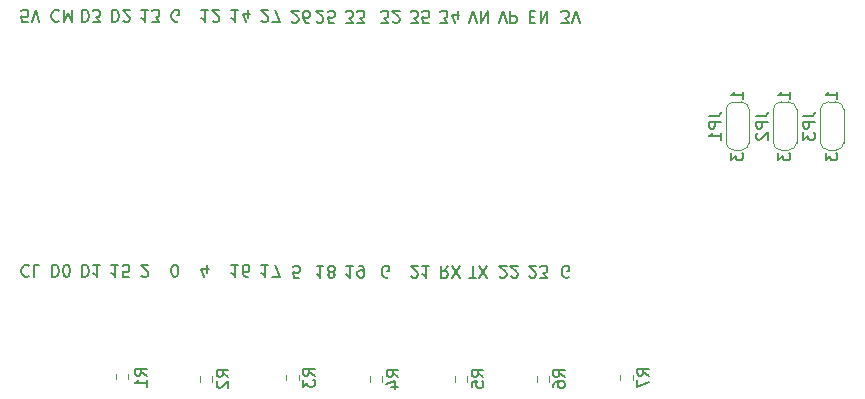
<source format=gbr>
%TF.GenerationSoftware,KiCad,Pcbnew,8.0.0*%
%TF.CreationDate,2024-05-11T13:18:48+02:00*%
%TF.ProjectId,led_stairs_controller,6c65645f-7374-4616-9972-735f636f6e74,V0.2*%
%TF.SameCoordinates,Original*%
%TF.FileFunction,Legend,Bot*%
%TF.FilePolarity,Positive*%
%FSLAX46Y46*%
G04 Gerber Fmt 4.6, Leading zero omitted, Abs format (unit mm)*
G04 Created by KiCad (PCBNEW 8.0.0) date 2024-05-11 13:18:48*
%MOMM*%
%LPD*%
G01*
G04 APERTURE LIST*
%ADD10C,0.150000*%
%ADD11C,0.120000*%
G04 APERTURE END LIST*
D10*
X136264160Y-104332442D02*
X136311779Y-104380061D01*
X136311779Y-104380061D02*
X136407017Y-104427680D01*
X136407017Y-104427680D02*
X136645112Y-104427680D01*
X136645112Y-104427680D02*
X136740350Y-104380061D01*
X136740350Y-104380061D02*
X136787969Y-104332442D01*
X136787969Y-104332442D02*
X136835588Y-104237204D01*
X136835588Y-104237204D02*
X136835588Y-104141966D01*
X136835588Y-104141966D02*
X136787969Y-103999109D01*
X136787969Y-103999109D02*
X136216541Y-103427680D01*
X136216541Y-103427680D02*
X136835588Y-103427680D01*
X137787969Y-103427680D02*
X137216541Y-103427680D01*
X137502255Y-103427680D02*
X137502255Y-104427680D01*
X137502255Y-104427680D02*
X137407017Y-104284823D01*
X137407017Y-104284823D02*
X137311779Y-104189585D01*
X137311779Y-104189585D02*
X137216541Y-104141966D01*
X126787969Y-104427680D02*
X126311779Y-104427680D01*
X126311779Y-104427680D02*
X126264160Y-103951490D01*
X126264160Y-103951490D02*
X126311779Y-103999109D01*
X126311779Y-103999109D02*
X126407017Y-104046728D01*
X126407017Y-104046728D02*
X126645112Y-104046728D01*
X126645112Y-104046728D02*
X126740350Y-103999109D01*
X126740350Y-103999109D02*
X126787969Y-103951490D01*
X126787969Y-103951490D02*
X126835588Y-103856252D01*
X126835588Y-103856252D02*
X126835588Y-103618157D01*
X126835588Y-103618157D02*
X126787969Y-103522919D01*
X126787969Y-103522919D02*
X126740350Y-103475300D01*
X126740350Y-103475300D02*
X126645112Y-103427680D01*
X126645112Y-103427680D02*
X126407017Y-103427680D01*
X126407017Y-103427680D02*
X126311779Y-103475300D01*
X126311779Y-103475300D02*
X126264160Y-103522919D01*
X143764160Y-104332442D02*
X143811779Y-104380061D01*
X143811779Y-104380061D02*
X143907017Y-104427680D01*
X143907017Y-104427680D02*
X144145112Y-104427680D01*
X144145112Y-104427680D02*
X144240350Y-104380061D01*
X144240350Y-104380061D02*
X144287969Y-104332442D01*
X144287969Y-104332442D02*
X144335588Y-104237204D01*
X144335588Y-104237204D02*
X144335588Y-104141966D01*
X144335588Y-104141966D02*
X144287969Y-103999109D01*
X144287969Y-103999109D02*
X143716541Y-103427680D01*
X143716541Y-103427680D02*
X144335588Y-103427680D01*
X144716541Y-104332442D02*
X144764160Y-104380061D01*
X144764160Y-104380061D02*
X144859398Y-104427680D01*
X144859398Y-104427680D02*
X145097493Y-104427680D01*
X145097493Y-104427680D02*
X145192731Y-104380061D01*
X145192731Y-104380061D02*
X145240350Y-104332442D01*
X145240350Y-104332442D02*
X145287969Y-104237204D01*
X145287969Y-104237204D02*
X145287969Y-104141966D01*
X145287969Y-104141966D02*
X145240350Y-103999109D01*
X145240350Y-103999109D02*
X144668922Y-103427680D01*
X144668922Y-103427680D02*
X145287969Y-103427680D01*
X126154160Y-82742442D02*
X126201779Y-82790061D01*
X126201779Y-82790061D02*
X126297017Y-82837680D01*
X126297017Y-82837680D02*
X126535112Y-82837680D01*
X126535112Y-82837680D02*
X126630350Y-82790061D01*
X126630350Y-82790061D02*
X126677969Y-82742442D01*
X126677969Y-82742442D02*
X126725588Y-82647204D01*
X126725588Y-82647204D02*
X126725588Y-82551966D01*
X126725588Y-82551966D02*
X126677969Y-82409109D01*
X126677969Y-82409109D02*
X126106541Y-81837680D01*
X126106541Y-81837680D02*
X126725588Y-81837680D01*
X127582731Y-82837680D02*
X127392255Y-82837680D01*
X127392255Y-82837680D02*
X127297017Y-82790061D01*
X127297017Y-82790061D02*
X127249398Y-82742442D01*
X127249398Y-82742442D02*
X127154160Y-82599585D01*
X127154160Y-82599585D02*
X127106541Y-82409109D01*
X127106541Y-82409109D02*
X127106541Y-82028157D01*
X127106541Y-82028157D02*
X127154160Y-81932919D01*
X127154160Y-81932919D02*
X127201779Y-81885300D01*
X127201779Y-81885300D02*
X127297017Y-81837680D01*
X127297017Y-81837680D02*
X127487493Y-81837680D01*
X127487493Y-81837680D02*
X127582731Y-81885300D01*
X127582731Y-81885300D02*
X127630350Y-81932919D01*
X127630350Y-81932919D02*
X127677969Y-82028157D01*
X127677969Y-82028157D02*
X127677969Y-82266252D01*
X127677969Y-82266252D02*
X127630350Y-82361490D01*
X127630350Y-82361490D02*
X127582731Y-82409109D01*
X127582731Y-82409109D02*
X127487493Y-82456728D01*
X127487493Y-82456728D02*
X127297017Y-82456728D01*
X127297017Y-82456728D02*
X127201779Y-82409109D01*
X127201779Y-82409109D02*
X127154160Y-82361490D01*
X127154160Y-82361490D02*
X127106541Y-82266252D01*
X133716541Y-82837680D02*
X134335588Y-82837680D01*
X134335588Y-82837680D02*
X134002255Y-82456728D01*
X134002255Y-82456728D02*
X134145112Y-82456728D01*
X134145112Y-82456728D02*
X134240350Y-82409109D01*
X134240350Y-82409109D02*
X134287969Y-82361490D01*
X134287969Y-82361490D02*
X134335588Y-82266252D01*
X134335588Y-82266252D02*
X134335588Y-82028157D01*
X134335588Y-82028157D02*
X134287969Y-81932919D01*
X134287969Y-81932919D02*
X134240350Y-81885300D01*
X134240350Y-81885300D02*
X134145112Y-81837680D01*
X134145112Y-81837680D02*
X133859398Y-81837680D01*
X133859398Y-81837680D02*
X133764160Y-81885300D01*
X133764160Y-81885300D02*
X133716541Y-81932919D01*
X134716541Y-82742442D02*
X134764160Y-82790061D01*
X134764160Y-82790061D02*
X134859398Y-82837680D01*
X134859398Y-82837680D02*
X135097493Y-82837680D01*
X135097493Y-82837680D02*
X135192731Y-82790061D01*
X135192731Y-82790061D02*
X135240350Y-82742442D01*
X135240350Y-82742442D02*
X135287969Y-82647204D01*
X135287969Y-82647204D02*
X135287969Y-82551966D01*
X135287969Y-82551966D02*
X135240350Y-82409109D01*
X135240350Y-82409109D02*
X134668922Y-81837680D01*
X134668922Y-81837680D02*
X135287969Y-81837680D01*
X108396779Y-81767680D02*
X108396779Y-82767680D01*
X108396779Y-82767680D02*
X108634874Y-82767680D01*
X108634874Y-82767680D02*
X108777731Y-82720061D01*
X108777731Y-82720061D02*
X108872969Y-82624823D01*
X108872969Y-82624823D02*
X108920588Y-82529585D01*
X108920588Y-82529585D02*
X108968207Y-82339109D01*
X108968207Y-82339109D02*
X108968207Y-82196252D01*
X108968207Y-82196252D02*
X108920588Y-82005776D01*
X108920588Y-82005776D02*
X108872969Y-81910538D01*
X108872969Y-81910538D02*
X108777731Y-81815300D01*
X108777731Y-81815300D02*
X108634874Y-81767680D01*
X108634874Y-81767680D02*
X108396779Y-81767680D01*
X109301541Y-82767680D02*
X109920588Y-82767680D01*
X109920588Y-82767680D02*
X109587255Y-82386728D01*
X109587255Y-82386728D02*
X109730112Y-82386728D01*
X109730112Y-82386728D02*
X109825350Y-82339109D01*
X109825350Y-82339109D02*
X109872969Y-82291490D01*
X109872969Y-82291490D02*
X109920588Y-82196252D01*
X109920588Y-82196252D02*
X109920588Y-81958157D01*
X109920588Y-81958157D02*
X109872969Y-81862919D01*
X109872969Y-81862919D02*
X109825350Y-81815300D01*
X109825350Y-81815300D02*
X109730112Y-81767680D01*
X109730112Y-81767680D02*
X109444398Y-81767680D01*
X109444398Y-81767680D02*
X109349160Y-81815300D01*
X109349160Y-81815300D02*
X109301541Y-81862919D01*
X130716541Y-82837680D02*
X131335588Y-82837680D01*
X131335588Y-82837680D02*
X131002255Y-82456728D01*
X131002255Y-82456728D02*
X131145112Y-82456728D01*
X131145112Y-82456728D02*
X131240350Y-82409109D01*
X131240350Y-82409109D02*
X131287969Y-82361490D01*
X131287969Y-82361490D02*
X131335588Y-82266252D01*
X131335588Y-82266252D02*
X131335588Y-82028157D01*
X131335588Y-82028157D02*
X131287969Y-81932919D01*
X131287969Y-81932919D02*
X131240350Y-81885300D01*
X131240350Y-81885300D02*
X131145112Y-81837680D01*
X131145112Y-81837680D02*
X130859398Y-81837680D01*
X130859398Y-81837680D02*
X130764160Y-81885300D01*
X130764160Y-81885300D02*
X130716541Y-81932919D01*
X131668922Y-82837680D02*
X132287969Y-82837680D01*
X132287969Y-82837680D02*
X131954636Y-82456728D01*
X131954636Y-82456728D02*
X132097493Y-82456728D01*
X132097493Y-82456728D02*
X132192731Y-82409109D01*
X132192731Y-82409109D02*
X132240350Y-82361490D01*
X132240350Y-82361490D02*
X132287969Y-82266252D01*
X132287969Y-82266252D02*
X132287969Y-82028157D01*
X132287969Y-82028157D02*
X132240350Y-81932919D01*
X132240350Y-81932919D02*
X132192731Y-81885300D01*
X132192731Y-81885300D02*
X132097493Y-81837680D01*
X132097493Y-81837680D02*
X131811779Y-81837680D01*
X131811779Y-81837680D02*
X131716541Y-81885300D01*
X131716541Y-81885300D02*
X131668922Y-81932919D01*
X103888207Y-103452919D02*
X103840588Y-103405300D01*
X103840588Y-103405300D02*
X103697731Y-103357680D01*
X103697731Y-103357680D02*
X103602493Y-103357680D01*
X103602493Y-103357680D02*
X103459636Y-103405300D01*
X103459636Y-103405300D02*
X103364398Y-103500538D01*
X103364398Y-103500538D02*
X103316779Y-103595776D01*
X103316779Y-103595776D02*
X103269160Y-103786252D01*
X103269160Y-103786252D02*
X103269160Y-103929109D01*
X103269160Y-103929109D02*
X103316779Y-104119585D01*
X103316779Y-104119585D02*
X103364398Y-104214823D01*
X103364398Y-104214823D02*
X103459636Y-104310061D01*
X103459636Y-104310061D02*
X103602493Y-104357680D01*
X103602493Y-104357680D02*
X103697731Y-104357680D01*
X103697731Y-104357680D02*
X103840588Y-104310061D01*
X103840588Y-104310061D02*
X103888207Y-104262442D01*
X104792969Y-103357680D02*
X104316779Y-103357680D01*
X104316779Y-103357680D02*
X104316779Y-104357680D01*
X143668922Y-82837680D02*
X144002255Y-81837680D01*
X144002255Y-81837680D02*
X144335588Y-82837680D01*
X144668922Y-81837680D02*
X144668922Y-82837680D01*
X144668922Y-82837680D02*
X145049874Y-82837680D01*
X145049874Y-82837680D02*
X145145112Y-82790061D01*
X145145112Y-82790061D02*
X145192731Y-82742442D01*
X145192731Y-82742442D02*
X145240350Y-82647204D01*
X145240350Y-82647204D02*
X145240350Y-82504347D01*
X145240350Y-82504347D02*
X145192731Y-82409109D01*
X145192731Y-82409109D02*
X145145112Y-82361490D01*
X145145112Y-82361490D02*
X145049874Y-82313871D01*
X145049874Y-82313871D02*
X144668922Y-82313871D01*
X119080588Y-81767680D02*
X118509160Y-81767680D01*
X118794874Y-81767680D02*
X118794874Y-82767680D01*
X118794874Y-82767680D02*
X118699636Y-82624823D01*
X118699636Y-82624823D02*
X118604398Y-82529585D01*
X118604398Y-82529585D02*
X118509160Y-82481966D01*
X119461541Y-82672442D02*
X119509160Y-82720061D01*
X119509160Y-82720061D02*
X119604398Y-82767680D01*
X119604398Y-82767680D02*
X119842493Y-82767680D01*
X119842493Y-82767680D02*
X119937731Y-82720061D01*
X119937731Y-82720061D02*
X119985350Y-82672442D01*
X119985350Y-82672442D02*
X120032969Y-82577204D01*
X120032969Y-82577204D02*
X120032969Y-82481966D01*
X120032969Y-82481966D02*
X119985350Y-82339109D01*
X119985350Y-82339109D02*
X119413922Y-81767680D01*
X119413922Y-81767680D02*
X120032969Y-81767680D01*
X106428207Y-81862919D02*
X106380588Y-81815300D01*
X106380588Y-81815300D02*
X106237731Y-81767680D01*
X106237731Y-81767680D02*
X106142493Y-81767680D01*
X106142493Y-81767680D02*
X105999636Y-81815300D01*
X105999636Y-81815300D02*
X105904398Y-81910538D01*
X105904398Y-81910538D02*
X105856779Y-82005776D01*
X105856779Y-82005776D02*
X105809160Y-82196252D01*
X105809160Y-82196252D02*
X105809160Y-82339109D01*
X105809160Y-82339109D02*
X105856779Y-82529585D01*
X105856779Y-82529585D02*
X105904398Y-82624823D01*
X105904398Y-82624823D02*
X105999636Y-82720061D01*
X105999636Y-82720061D02*
X106142493Y-82767680D01*
X106142493Y-82767680D02*
X106237731Y-82767680D01*
X106237731Y-82767680D02*
X106380588Y-82720061D01*
X106380588Y-82720061D02*
X106428207Y-82672442D01*
X106856779Y-81767680D02*
X106856779Y-82767680D01*
X106856779Y-82767680D02*
X107190112Y-82053395D01*
X107190112Y-82053395D02*
X107523445Y-82767680D01*
X107523445Y-82767680D02*
X107523445Y-81767680D01*
X138716541Y-82837680D02*
X139335588Y-82837680D01*
X139335588Y-82837680D02*
X139002255Y-82456728D01*
X139002255Y-82456728D02*
X139145112Y-82456728D01*
X139145112Y-82456728D02*
X139240350Y-82409109D01*
X139240350Y-82409109D02*
X139287969Y-82361490D01*
X139287969Y-82361490D02*
X139335588Y-82266252D01*
X139335588Y-82266252D02*
X139335588Y-82028157D01*
X139335588Y-82028157D02*
X139287969Y-81932919D01*
X139287969Y-81932919D02*
X139240350Y-81885300D01*
X139240350Y-81885300D02*
X139145112Y-81837680D01*
X139145112Y-81837680D02*
X138859398Y-81837680D01*
X138859398Y-81837680D02*
X138764160Y-81885300D01*
X138764160Y-81885300D02*
X138716541Y-81932919D01*
X140192731Y-82504347D02*
X140192731Y-81837680D01*
X139954636Y-82885300D02*
X139716541Y-82171014D01*
X139716541Y-82171014D02*
X140335588Y-82171014D01*
X124160588Y-103357680D02*
X123589160Y-103357680D01*
X123874874Y-103357680D02*
X123874874Y-104357680D01*
X123874874Y-104357680D02*
X123779636Y-104214823D01*
X123779636Y-104214823D02*
X123684398Y-104119585D01*
X123684398Y-104119585D02*
X123589160Y-104071966D01*
X124493922Y-104357680D02*
X125160588Y-104357680D01*
X125160588Y-104357680D02*
X124732017Y-103357680D01*
X105856779Y-103357680D02*
X105856779Y-104357680D01*
X105856779Y-104357680D02*
X106094874Y-104357680D01*
X106094874Y-104357680D02*
X106237731Y-104310061D01*
X106237731Y-104310061D02*
X106332969Y-104214823D01*
X106332969Y-104214823D02*
X106380588Y-104119585D01*
X106380588Y-104119585D02*
X106428207Y-103929109D01*
X106428207Y-103929109D02*
X106428207Y-103786252D01*
X106428207Y-103786252D02*
X106380588Y-103595776D01*
X106380588Y-103595776D02*
X106332969Y-103500538D01*
X106332969Y-103500538D02*
X106237731Y-103405300D01*
X106237731Y-103405300D02*
X106094874Y-103357680D01*
X106094874Y-103357680D02*
X105856779Y-103357680D01*
X107047255Y-104357680D02*
X107142493Y-104357680D01*
X107142493Y-104357680D02*
X107237731Y-104310061D01*
X107237731Y-104310061D02*
X107285350Y-104262442D01*
X107285350Y-104262442D02*
X107332969Y-104167204D01*
X107332969Y-104167204D02*
X107380588Y-103976728D01*
X107380588Y-103976728D02*
X107380588Y-103738633D01*
X107380588Y-103738633D02*
X107332969Y-103548157D01*
X107332969Y-103548157D02*
X107285350Y-103452919D01*
X107285350Y-103452919D02*
X107237731Y-103405300D01*
X107237731Y-103405300D02*
X107142493Y-103357680D01*
X107142493Y-103357680D02*
X107047255Y-103357680D01*
X107047255Y-103357680D02*
X106952017Y-103405300D01*
X106952017Y-103405300D02*
X106904398Y-103452919D01*
X106904398Y-103452919D02*
X106856779Y-103548157D01*
X106856779Y-103548157D02*
X106809160Y-103738633D01*
X106809160Y-103738633D02*
X106809160Y-103976728D01*
X106809160Y-103976728D02*
X106856779Y-104167204D01*
X106856779Y-104167204D02*
X106904398Y-104262442D01*
X106904398Y-104262442D02*
X106952017Y-104310061D01*
X106952017Y-104310061D02*
X107047255Y-104357680D01*
X108396779Y-103357680D02*
X108396779Y-104357680D01*
X108396779Y-104357680D02*
X108634874Y-104357680D01*
X108634874Y-104357680D02*
X108777731Y-104310061D01*
X108777731Y-104310061D02*
X108872969Y-104214823D01*
X108872969Y-104214823D02*
X108920588Y-104119585D01*
X108920588Y-104119585D02*
X108968207Y-103929109D01*
X108968207Y-103929109D02*
X108968207Y-103786252D01*
X108968207Y-103786252D02*
X108920588Y-103595776D01*
X108920588Y-103595776D02*
X108872969Y-103500538D01*
X108872969Y-103500538D02*
X108777731Y-103405300D01*
X108777731Y-103405300D02*
X108634874Y-103357680D01*
X108634874Y-103357680D02*
X108396779Y-103357680D01*
X109920588Y-103357680D02*
X109349160Y-103357680D01*
X109634874Y-103357680D02*
X109634874Y-104357680D01*
X109634874Y-104357680D02*
X109539636Y-104214823D01*
X109539636Y-104214823D02*
X109444398Y-104119585D01*
X109444398Y-104119585D02*
X109349160Y-104071966D01*
X141168922Y-104427680D02*
X141740350Y-104427680D01*
X141454636Y-103427680D02*
X141454636Y-104427680D01*
X141978446Y-104427680D02*
X142645112Y-103427680D01*
X142645112Y-104427680D02*
X141978446Y-103427680D01*
X128264160Y-82742442D02*
X128311779Y-82790061D01*
X128311779Y-82790061D02*
X128407017Y-82837680D01*
X128407017Y-82837680D02*
X128645112Y-82837680D01*
X128645112Y-82837680D02*
X128740350Y-82790061D01*
X128740350Y-82790061D02*
X128787969Y-82742442D01*
X128787969Y-82742442D02*
X128835588Y-82647204D01*
X128835588Y-82647204D02*
X128835588Y-82551966D01*
X128835588Y-82551966D02*
X128787969Y-82409109D01*
X128787969Y-82409109D02*
X128216541Y-81837680D01*
X128216541Y-81837680D02*
X128835588Y-81837680D01*
X129740350Y-82837680D02*
X129264160Y-82837680D01*
X129264160Y-82837680D02*
X129216541Y-82361490D01*
X129216541Y-82361490D02*
X129264160Y-82409109D01*
X129264160Y-82409109D02*
X129359398Y-82456728D01*
X129359398Y-82456728D02*
X129597493Y-82456728D01*
X129597493Y-82456728D02*
X129692731Y-82409109D01*
X129692731Y-82409109D02*
X129740350Y-82361490D01*
X129740350Y-82361490D02*
X129787969Y-82266252D01*
X129787969Y-82266252D02*
X129787969Y-82028157D01*
X129787969Y-82028157D02*
X129740350Y-81932919D01*
X129740350Y-81932919D02*
X129692731Y-81885300D01*
X129692731Y-81885300D02*
X129597493Y-81837680D01*
X129597493Y-81837680D02*
X129359398Y-81837680D01*
X129359398Y-81837680D02*
X129264160Y-81885300D01*
X129264160Y-81885300D02*
X129216541Y-81932919D01*
X134335588Y-104380061D02*
X134240350Y-104427680D01*
X134240350Y-104427680D02*
X134097493Y-104427680D01*
X134097493Y-104427680D02*
X133954636Y-104380061D01*
X133954636Y-104380061D02*
X133859398Y-104284823D01*
X133859398Y-104284823D02*
X133811779Y-104189585D01*
X133811779Y-104189585D02*
X133764160Y-103999109D01*
X133764160Y-103999109D02*
X133764160Y-103856252D01*
X133764160Y-103856252D02*
X133811779Y-103665776D01*
X133811779Y-103665776D02*
X133859398Y-103570538D01*
X133859398Y-103570538D02*
X133954636Y-103475300D01*
X133954636Y-103475300D02*
X134097493Y-103427680D01*
X134097493Y-103427680D02*
X134192731Y-103427680D01*
X134192731Y-103427680D02*
X134335588Y-103475300D01*
X134335588Y-103475300D02*
X134383207Y-103522919D01*
X134383207Y-103522919D02*
X134383207Y-103856252D01*
X134383207Y-103856252D02*
X134192731Y-103856252D01*
X110936779Y-81767680D02*
X110936779Y-82767680D01*
X110936779Y-82767680D02*
X111174874Y-82767680D01*
X111174874Y-82767680D02*
X111317731Y-82720061D01*
X111317731Y-82720061D02*
X111412969Y-82624823D01*
X111412969Y-82624823D02*
X111460588Y-82529585D01*
X111460588Y-82529585D02*
X111508207Y-82339109D01*
X111508207Y-82339109D02*
X111508207Y-82196252D01*
X111508207Y-82196252D02*
X111460588Y-82005776D01*
X111460588Y-82005776D02*
X111412969Y-81910538D01*
X111412969Y-81910538D02*
X111317731Y-81815300D01*
X111317731Y-81815300D02*
X111174874Y-81767680D01*
X111174874Y-81767680D02*
X110936779Y-81767680D01*
X111889160Y-82672442D02*
X111936779Y-82720061D01*
X111936779Y-82720061D02*
X112032017Y-82767680D01*
X112032017Y-82767680D02*
X112270112Y-82767680D01*
X112270112Y-82767680D02*
X112365350Y-82720061D01*
X112365350Y-82720061D02*
X112412969Y-82672442D01*
X112412969Y-82672442D02*
X112460588Y-82577204D01*
X112460588Y-82577204D02*
X112460588Y-82481966D01*
X112460588Y-82481966D02*
X112412969Y-82339109D01*
X112412969Y-82339109D02*
X111841541Y-81767680D01*
X111841541Y-81767680D02*
X112460588Y-81767680D01*
X141168922Y-82837680D02*
X141502255Y-81837680D01*
X141502255Y-81837680D02*
X141835588Y-82837680D01*
X142168922Y-81837680D02*
X142168922Y-82837680D01*
X142168922Y-82837680D02*
X142740350Y-81837680D01*
X142740350Y-81837680D02*
X142740350Y-82837680D01*
X113429160Y-104262442D02*
X113476779Y-104310061D01*
X113476779Y-104310061D02*
X113572017Y-104357680D01*
X113572017Y-104357680D02*
X113810112Y-104357680D01*
X113810112Y-104357680D02*
X113905350Y-104310061D01*
X113905350Y-104310061D02*
X113952969Y-104262442D01*
X113952969Y-104262442D02*
X114000588Y-104167204D01*
X114000588Y-104167204D02*
X114000588Y-104071966D01*
X114000588Y-104071966D02*
X113952969Y-103929109D01*
X113952969Y-103929109D02*
X113381541Y-103357680D01*
X113381541Y-103357680D02*
X114000588Y-103357680D01*
X123589160Y-82672442D02*
X123636779Y-82720061D01*
X123636779Y-82720061D02*
X123732017Y-82767680D01*
X123732017Y-82767680D02*
X123970112Y-82767680D01*
X123970112Y-82767680D02*
X124065350Y-82720061D01*
X124065350Y-82720061D02*
X124112969Y-82672442D01*
X124112969Y-82672442D02*
X124160588Y-82577204D01*
X124160588Y-82577204D02*
X124160588Y-82481966D01*
X124160588Y-82481966D02*
X124112969Y-82339109D01*
X124112969Y-82339109D02*
X123541541Y-81767680D01*
X123541541Y-81767680D02*
X124160588Y-81767680D01*
X124493922Y-82767680D02*
X125160588Y-82767680D01*
X125160588Y-82767680D02*
X124732017Y-81767680D01*
X148966541Y-82837680D02*
X149585588Y-82837680D01*
X149585588Y-82837680D02*
X149252255Y-82456728D01*
X149252255Y-82456728D02*
X149395112Y-82456728D01*
X149395112Y-82456728D02*
X149490350Y-82409109D01*
X149490350Y-82409109D02*
X149537969Y-82361490D01*
X149537969Y-82361490D02*
X149585588Y-82266252D01*
X149585588Y-82266252D02*
X149585588Y-82028157D01*
X149585588Y-82028157D02*
X149537969Y-81932919D01*
X149537969Y-81932919D02*
X149490350Y-81885300D01*
X149490350Y-81885300D02*
X149395112Y-81837680D01*
X149395112Y-81837680D02*
X149109398Y-81837680D01*
X149109398Y-81837680D02*
X149014160Y-81885300D01*
X149014160Y-81885300D02*
X148966541Y-81932919D01*
X149871303Y-82837680D02*
X150204636Y-81837680D01*
X150204636Y-81837680D02*
X150537969Y-82837680D01*
X103792969Y-82767680D02*
X103316779Y-82767680D01*
X103316779Y-82767680D02*
X103269160Y-82291490D01*
X103269160Y-82291490D02*
X103316779Y-82339109D01*
X103316779Y-82339109D02*
X103412017Y-82386728D01*
X103412017Y-82386728D02*
X103650112Y-82386728D01*
X103650112Y-82386728D02*
X103745350Y-82339109D01*
X103745350Y-82339109D02*
X103792969Y-82291490D01*
X103792969Y-82291490D02*
X103840588Y-82196252D01*
X103840588Y-82196252D02*
X103840588Y-81958157D01*
X103840588Y-81958157D02*
X103792969Y-81862919D01*
X103792969Y-81862919D02*
X103745350Y-81815300D01*
X103745350Y-81815300D02*
X103650112Y-81767680D01*
X103650112Y-81767680D02*
X103412017Y-81767680D01*
X103412017Y-81767680D02*
X103316779Y-81815300D01*
X103316779Y-81815300D02*
X103269160Y-81862919D01*
X104126303Y-82767680D02*
X104459636Y-81767680D01*
X104459636Y-81767680D02*
X104792969Y-82767680D01*
X128835588Y-103427680D02*
X128264160Y-103427680D01*
X128549874Y-103427680D02*
X128549874Y-104427680D01*
X128549874Y-104427680D02*
X128454636Y-104284823D01*
X128454636Y-104284823D02*
X128359398Y-104189585D01*
X128359398Y-104189585D02*
X128264160Y-104141966D01*
X129407017Y-103999109D02*
X129311779Y-104046728D01*
X129311779Y-104046728D02*
X129264160Y-104094347D01*
X129264160Y-104094347D02*
X129216541Y-104189585D01*
X129216541Y-104189585D02*
X129216541Y-104237204D01*
X129216541Y-104237204D02*
X129264160Y-104332442D01*
X129264160Y-104332442D02*
X129311779Y-104380061D01*
X129311779Y-104380061D02*
X129407017Y-104427680D01*
X129407017Y-104427680D02*
X129597493Y-104427680D01*
X129597493Y-104427680D02*
X129692731Y-104380061D01*
X129692731Y-104380061D02*
X129740350Y-104332442D01*
X129740350Y-104332442D02*
X129787969Y-104237204D01*
X129787969Y-104237204D02*
X129787969Y-104189585D01*
X129787969Y-104189585D02*
X129740350Y-104094347D01*
X129740350Y-104094347D02*
X129692731Y-104046728D01*
X129692731Y-104046728D02*
X129597493Y-103999109D01*
X129597493Y-103999109D02*
X129407017Y-103999109D01*
X129407017Y-103999109D02*
X129311779Y-103951490D01*
X129311779Y-103951490D02*
X129264160Y-103903871D01*
X129264160Y-103903871D02*
X129216541Y-103808633D01*
X129216541Y-103808633D02*
X129216541Y-103618157D01*
X129216541Y-103618157D02*
X129264160Y-103522919D01*
X129264160Y-103522919D02*
X129311779Y-103475300D01*
X129311779Y-103475300D02*
X129407017Y-103427680D01*
X129407017Y-103427680D02*
X129597493Y-103427680D01*
X129597493Y-103427680D02*
X129692731Y-103475300D01*
X129692731Y-103475300D02*
X129740350Y-103522919D01*
X129740350Y-103522919D02*
X129787969Y-103618157D01*
X129787969Y-103618157D02*
X129787969Y-103808633D01*
X129787969Y-103808633D02*
X129740350Y-103903871D01*
X129740350Y-103903871D02*
X129692731Y-103951490D01*
X129692731Y-103951490D02*
X129597493Y-103999109D01*
X149585588Y-104380061D02*
X149490350Y-104427680D01*
X149490350Y-104427680D02*
X149347493Y-104427680D01*
X149347493Y-104427680D02*
X149204636Y-104380061D01*
X149204636Y-104380061D02*
X149109398Y-104284823D01*
X149109398Y-104284823D02*
X149061779Y-104189585D01*
X149061779Y-104189585D02*
X149014160Y-103999109D01*
X149014160Y-103999109D02*
X149014160Y-103856252D01*
X149014160Y-103856252D02*
X149061779Y-103665776D01*
X149061779Y-103665776D02*
X149109398Y-103570538D01*
X149109398Y-103570538D02*
X149204636Y-103475300D01*
X149204636Y-103475300D02*
X149347493Y-103427680D01*
X149347493Y-103427680D02*
X149442731Y-103427680D01*
X149442731Y-103427680D02*
X149585588Y-103475300D01*
X149585588Y-103475300D02*
X149633207Y-103522919D01*
X149633207Y-103522919D02*
X149633207Y-103856252D01*
X149633207Y-103856252D02*
X149442731Y-103856252D01*
X111460588Y-103357680D02*
X110889160Y-103357680D01*
X111174874Y-103357680D02*
X111174874Y-104357680D01*
X111174874Y-104357680D02*
X111079636Y-104214823D01*
X111079636Y-104214823D02*
X110984398Y-104119585D01*
X110984398Y-104119585D02*
X110889160Y-104071966D01*
X112365350Y-104357680D02*
X111889160Y-104357680D01*
X111889160Y-104357680D02*
X111841541Y-103881490D01*
X111841541Y-103881490D02*
X111889160Y-103929109D01*
X111889160Y-103929109D02*
X111984398Y-103976728D01*
X111984398Y-103976728D02*
X112222493Y-103976728D01*
X112222493Y-103976728D02*
X112317731Y-103929109D01*
X112317731Y-103929109D02*
X112365350Y-103881490D01*
X112365350Y-103881490D02*
X112412969Y-103786252D01*
X112412969Y-103786252D02*
X112412969Y-103548157D01*
X112412969Y-103548157D02*
X112365350Y-103452919D01*
X112365350Y-103452919D02*
X112317731Y-103405300D01*
X112317731Y-103405300D02*
X112222493Y-103357680D01*
X112222493Y-103357680D02*
X111984398Y-103357680D01*
X111984398Y-103357680D02*
X111889160Y-103405300D01*
X111889160Y-103405300D02*
X111841541Y-103452919D01*
X121620588Y-81767680D02*
X121049160Y-81767680D01*
X121334874Y-81767680D02*
X121334874Y-82767680D01*
X121334874Y-82767680D02*
X121239636Y-82624823D01*
X121239636Y-82624823D02*
X121144398Y-82529585D01*
X121144398Y-82529585D02*
X121049160Y-82481966D01*
X122477731Y-82434347D02*
X122477731Y-81767680D01*
X122239636Y-82815300D02*
X122001541Y-82101014D01*
X122001541Y-82101014D02*
X122620588Y-82101014D01*
X121620588Y-103357680D02*
X121049160Y-103357680D01*
X121334874Y-103357680D02*
X121334874Y-104357680D01*
X121334874Y-104357680D02*
X121239636Y-104214823D01*
X121239636Y-104214823D02*
X121144398Y-104119585D01*
X121144398Y-104119585D02*
X121049160Y-104071966D01*
X122477731Y-104357680D02*
X122287255Y-104357680D01*
X122287255Y-104357680D02*
X122192017Y-104310061D01*
X122192017Y-104310061D02*
X122144398Y-104262442D01*
X122144398Y-104262442D02*
X122049160Y-104119585D01*
X122049160Y-104119585D02*
X122001541Y-103929109D01*
X122001541Y-103929109D02*
X122001541Y-103548157D01*
X122001541Y-103548157D02*
X122049160Y-103452919D01*
X122049160Y-103452919D02*
X122096779Y-103405300D01*
X122096779Y-103405300D02*
X122192017Y-103357680D01*
X122192017Y-103357680D02*
X122382493Y-103357680D01*
X122382493Y-103357680D02*
X122477731Y-103405300D01*
X122477731Y-103405300D02*
X122525350Y-103452919D01*
X122525350Y-103452919D02*
X122572969Y-103548157D01*
X122572969Y-103548157D02*
X122572969Y-103786252D01*
X122572969Y-103786252D02*
X122525350Y-103881490D01*
X122525350Y-103881490D02*
X122477731Y-103929109D01*
X122477731Y-103929109D02*
X122382493Y-103976728D01*
X122382493Y-103976728D02*
X122192017Y-103976728D01*
X122192017Y-103976728D02*
X122096779Y-103929109D01*
X122096779Y-103929109D02*
X122049160Y-103881490D01*
X122049160Y-103881490D02*
X122001541Y-103786252D01*
X116540588Y-82720061D02*
X116445350Y-82767680D01*
X116445350Y-82767680D02*
X116302493Y-82767680D01*
X116302493Y-82767680D02*
X116159636Y-82720061D01*
X116159636Y-82720061D02*
X116064398Y-82624823D01*
X116064398Y-82624823D02*
X116016779Y-82529585D01*
X116016779Y-82529585D02*
X115969160Y-82339109D01*
X115969160Y-82339109D02*
X115969160Y-82196252D01*
X115969160Y-82196252D02*
X116016779Y-82005776D01*
X116016779Y-82005776D02*
X116064398Y-81910538D01*
X116064398Y-81910538D02*
X116159636Y-81815300D01*
X116159636Y-81815300D02*
X116302493Y-81767680D01*
X116302493Y-81767680D02*
X116397731Y-81767680D01*
X116397731Y-81767680D02*
X116540588Y-81815300D01*
X116540588Y-81815300D02*
X116588207Y-81862919D01*
X116588207Y-81862919D02*
X116588207Y-82196252D01*
X116588207Y-82196252D02*
X116397731Y-82196252D01*
X116207255Y-104357680D02*
X116302493Y-104357680D01*
X116302493Y-104357680D02*
X116397731Y-104310061D01*
X116397731Y-104310061D02*
X116445350Y-104262442D01*
X116445350Y-104262442D02*
X116492969Y-104167204D01*
X116492969Y-104167204D02*
X116540588Y-103976728D01*
X116540588Y-103976728D02*
X116540588Y-103738633D01*
X116540588Y-103738633D02*
X116492969Y-103548157D01*
X116492969Y-103548157D02*
X116445350Y-103452919D01*
X116445350Y-103452919D02*
X116397731Y-103405300D01*
X116397731Y-103405300D02*
X116302493Y-103357680D01*
X116302493Y-103357680D02*
X116207255Y-103357680D01*
X116207255Y-103357680D02*
X116112017Y-103405300D01*
X116112017Y-103405300D02*
X116064398Y-103452919D01*
X116064398Y-103452919D02*
X116016779Y-103548157D01*
X116016779Y-103548157D02*
X115969160Y-103738633D01*
X115969160Y-103738633D02*
X115969160Y-103976728D01*
X115969160Y-103976728D02*
X116016779Y-104167204D01*
X116016779Y-104167204D02*
X116064398Y-104262442D01*
X116064398Y-104262442D02*
X116112017Y-104310061D01*
X116112017Y-104310061D02*
X116207255Y-104357680D01*
X131335588Y-103427680D02*
X130764160Y-103427680D01*
X131049874Y-103427680D02*
X131049874Y-104427680D01*
X131049874Y-104427680D02*
X130954636Y-104284823D01*
X130954636Y-104284823D02*
X130859398Y-104189585D01*
X130859398Y-104189585D02*
X130764160Y-104141966D01*
X131811779Y-103427680D02*
X132002255Y-103427680D01*
X132002255Y-103427680D02*
X132097493Y-103475300D01*
X132097493Y-103475300D02*
X132145112Y-103522919D01*
X132145112Y-103522919D02*
X132240350Y-103665776D01*
X132240350Y-103665776D02*
X132287969Y-103856252D01*
X132287969Y-103856252D02*
X132287969Y-104237204D01*
X132287969Y-104237204D02*
X132240350Y-104332442D01*
X132240350Y-104332442D02*
X132192731Y-104380061D01*
X132192731Y-104380061D02*
X132097493Y-104427680D01*
X132097493Y-104427680D02*
X131907017Y-104427680D01*
X131907017Y-104427680D02*
X131811779Y-104380061D01*
X131811779Y-104380061D02*
X131764160Y-104332442D01*
X131764160Y-104332442D02*
X131716541Y-104237204D01*
X131716541Y-104237204D02*
X131716541Y-103999109D01*
X131716541Y-103999109D02*
X131764160Y-103903871D01*
X131764160Y-103903871D02*
X131811779Y-103856252D01*
X131811779Y-103856252D02*
X131907017Y-103808633D01*
X131907017Y-103808633D02*
X132097493Y-103808633D01*
X132097493Y-103808633D02*
X132192731Y-103856252D01*
X132192731Y-103856252D02*
X132240350Y-103903871D01*
X132240350Y-103903871D02*
X132287969Y-103999109D01*
X136216541Y-82837680D02*
X136835588Y-82837680D01*
X136835588Y-82837680D02*
X136502255Y-82456728D01*
X136502255Y-82456728D02*
X136645112Y-82456728D01*
X136645112Y-82456728D02*
X136740350Y-82409109D01*
X136740350Y-82409109D02*
X136787969Y-82361490D01*
X136787969Y-82361490D02*
X136835588Y-82266252D01*
X136835588Y-82266252D02*
X136835588Y-82028157D01*
X136835588Y-82028157D02*
X136787969Y-81932919D01*
X136787969Y-81932919D02*
X136740350Y-81885300D01*
X136740350Y-81885300D02*
X136645112Y-81837680D01*
X136645112Y-81837680D02*
X136359398Y-81837680D01*
X136359398Y-81837680D02*
X136264160Y-81885300D01*
X136264160Y-81885300D02*
X136216541Y-81932919D01*
X137740350Y-82837680D02*
X137264160Y-82837680D01*
X137264160Y-82837680D02*
X137216541Y-82361490D01*
X137216541Y-82361490D02*
X137264160Y-82409109D01*
X137264160Y-82409109D02*
X137359398Y-82456728D01*
X137359398Y-82456728D02*
X137597493Y-82456728D01*
X137597493Y-82456728D02*
X137692731Y-82409109D01*
X137692731Y-82409109D02*
X137740350Y-82361490D01*
X137740350Y-82361490D02*
X137787969Y-82266252D01*
X137787969Y-82266252D02*
X137787969Y-82028157D01*
X137787969Y-82028157D02*
X137740350Y-81932919D01*
X137740350Y-81932919D02*
X137692731Y-81885300D01*
X137692731Y-81885300D02*
X137597493Y-81837680D01*
X137597493Y-81837680D02*
X137359398Y-81837680D01*
X137359398Y-81837680D02*
X137264160Y-81885300D01*
X137264160Y-81885300D02*
X137216541Y-81932919D01*
X146264160Y-104332442D02*
X146311779Y-104380061D01*
X146311779Y-104380061D02*
X146407017Y-104427680D01*
X146407017Y-104427680D02*
X146645112Y-104427680D01*
X146645112Y-104427680D02*
X146740350Y-104380061D01*
X146740350Y-104380061D02*
X146787969Y-104332442D01*
X146787969Y-104332442D02*
X146835588Y-104237204D01*
X146835588Y-104237204D02*
X146835588Y-104141966D01*
X146835588Y-104141966D02*
X146787969Y-103999109D01*
X146787969Y-103999109D02*
X146216541Y-103427680D01*
X146216541Y-103427680D02*
X146835588Y-103427680D01*
X147168922Y-104427680D02*
X147787969Y-104427680D01*
X147787969Y-104427680D02*
X147454636Y-104046728D01*
X147454636Y-104046728D02*
X147597493Y-104046728D01*
X147597493Y-104046728D02*
X147692731Y-103999109D01*
X147692731Y-103999109D02*
X147740350Y-103951490D01*
X147740350Y-103951490D02*
X147787969Y-103856252D01*
X147787969Y-103856252D02*
X147787969Y-103618157D01*
X147787969Y-103618157D02*
X147740350Y-103522919D01*
X147740350Y-103522919D02*
X147692731Y-103475300D01*
X147692731Y-103475300D02*
X147597493Y-103427680D01*
X147597493Y-103427680D02*
X147311779Y-103427680D01*
X147311779Y-103427680D02*
X147216541Y-103475300D01*
X147216541Y-103475300D02*
X147168922Y-103522919D01*
X114000588Y-81767680D02*
X113429160Y-81767680D01*
X113714874Y-81767680D02*
X113714874Y-82767680D01*
X113714874Y-82767680D02*
X113619636Y-82624823D01*
X113619636Y-82624823D02*
X113524398Y-82529585D01*
X113524398Y-82529585D02*
X113429160Y-82481966D01*
X114333922Y-82767680D02*
X114952969Y-82767680D01*
X114952969Y-82767680D02*
X114619636Y-82386728D01*
X114619636Y-82386728D02*
X114762493Y-82386728D01*
X114762493Y-82386728D02*
X114857731Y-82339109D01*
X114857731Y-82339109D02*
X114905350Y-82291490D01*
X114905350Y-82291490D02*
X114952969Y-82196252D01*
X114952969Y-82196252D02*
X114952969Y-81958157D01*
X114952969Y-81958157D02*
X114905350Y-81862919D01*
X114905350Y-81862919D02*
X114857731Y-81815300D01*
X114857731Y-81815300D02*
X114762493Y-81767680D01*
X114762493Y-81767680D02*
X114476779Y-81767680D01*
X114476779Y-81767680D02*
X114381541Y-81815300D01*
X114381541Y-81815300D02*
X114333922Y-81862919D01*
X118985350Y-104024347D02*
X118985350Y-103357680D01*
X118747255Y-104405300D02*
X118509160Y-103691014D01*
X118509160Y-103691014D02*
X119128207Y-103691014D01*
X139383207Y-103427680D02*
X139049874Y-103903871D01*
X138811779Y-103427680D02*
X138811779Y-104427680D01*
X138811779Y-104427680D02*
X139192731Y-104427680D01*
X139192731Y-104427680D02*
X139287969Y-104380061D01*
X139287969Y-104380061D02*
X139335588Y-104332442D01*
X139335588Y-104332442D02*
X139383207Y-104237204D01*
X139383207Y-104237204D02*
X139383207Y-104094347D01*
X139383207Y-104094347D02*
X139335588Y-103999109D01*
X139335588Y-103999109D02*
X139287969Y-103951490D01*
X139287969Y-103951490D02*
X139192731Y-103903871D01*
X139192731Y-103903871D02*
X138811779Y-103903871D01*
X139716541Y-104427680D02*
X140383207Y-103427680D01*
X140383207Y-104427680D02*
X139716541Y-103427680D01*
X146311779Y-82361490D02*
X146645112Y-82361490D01*
X146787969Y-81837680D02*
X146311779Y-81837680D01*
X146311779Y-81837680D02*
X146311779Y-82837680D01*
X146311779Y-82837680D02*
X146787969Y-82837680D01*
X147216541Y-81837680D02*
X147216541Y-82837680D01*
X147216541Y-82837680D02*
X147787969Y-81837680D01*
X147787969Y-81837680D02*
X147787969Y-82837680D01*
X161454819Y-90766666D02*
X162169104Y-90766666D01*
X162169104Y-90766666D02*
X162311961Y-90719047D01*
X162311961Y-90719047D02*
X162407200Y-90623809D01*
X162407200Y-90623809D02*
X162454819Y-90480952D01*
X162454819Y-90480952D02*
X162454819Y-90385714D01*
X162454819Y-91242857D02*
X161454819Y-91242857D01*
X161454819Y-91242857D02*
X161454819Y-91623809D01*
X161454819Y-91623809D02*
X161502438Y-91719047D01*
X161502438Y-91719047D02*
X161550057Y-91766666D01*
X161550057Y-91766666D02*
X161645295Y-91814285D01*
X161645295Y-91814285D02*
X161788152Y-91814285D01*
X161788152Y-91814285D02*
X161883390Y-91766666D01*
X161883390Y-91766666D02*
X161931009Y-91719047D01*
X161931009Y-91719047D02*
X161978628Y-91623809D01*
X161978628Y-91623809D02*
X161978628Y-91242857D01*
X162454819Y-92766666D02*
X162454819Y-92195238D01*
X162454819Y-92480952D02*
X161454819Y-92480952D01*
X161454819Y-92480952D02*
X161597676Y-92385714D01*
X161597676Y-92385714D02*
X161692914Y-92290476D01*
X161692914Y-92290476D02*
X161740533Y-92195238D01*
X163354819Y-93866667D02*
X163354819Y-94485714D01*
X163354819Y-94485714D02*
X163735771Y-94152381D01*
X163735771Y-94152381D02*
X163735771Y-94295238D01*
X163735771Y-94295238D02*
X163783390Y-94390476D01*
X163783390Y-94390476D02*
X163831009Y-94438095D01*
X163831009Y-94438095D02*
X163926247Y-94485714D01*
X163926247Y-94485714D02*
X164164342Y-94485714D01*
X164164342Y-94485714D02*
X164259580Y-94438095D01*
X164259580Y-94438095D02*
X164307200Y-94390476D01*
X164307200Y-94390476D02*
X164354819Y-94295238D01*
X164354819Y-94295238D02*
X164354819Y-94009524D01*
X164354819Y-94009524D02*
X164307200Y-93914286D01*
X164307200Y-93914286D02*
X164259580Y-93866667D01*
X164354819Y-89285714D02*
X164354819Y-88714286D01*
X164354819Y-89000000D02*
X163354819Y-89000000D01*
X163354819Y-89000000D02*
X163497676Y-88904762D01*
X163497676Y-88904762D02*
X163592914Y-88809524D01*
X163592914Y-88809524D02*
X163640533Y-88714286D01*
X165454819Y-90766666D02*
X166169104Y-90766666D01*
X166169104Y-90766666D02*
X166311961Y-90719047D01*
X166311961Y-90719047D02*
X166407200Y-90623809D01*
X166407200Y-90623809D02*
X166454819Y-90480952D01*
X166454819Y-90480952D02*
X166454819Y-90385714D01*
X166454819Y-91242857D02*
X165454819Y-91242857D01*
X165454819Y-91242857D02*
X165454819Y-91623809D01*
X165454819Y-91623809D02*
X165502438Y-91719047D01*
X165502438Y-91719047D02*
X165550057Y-91766666D01*
X165550057Y-91766666D02*
X165645295Y-91814285D01*
X165645295Y-91814285D02*
X165788152Y-91814285D01*
X165788152Y-91814285D02*
X165883390Y-91766666D01*
X165883390Y-91766666D02*
X165931009Y-91719047D01*
X165931009Y-91719047D02*
X165978628Y-91623809D01*
X165978628Y-91623809D02*
X165978628Y-91242857D01*
X165550057Y-92195238D02*
X165502438Y-92242857D01*
X165502438Y-92242857D02*
X165454819Y-92338095D01*
X165454819Y-92338095D02*
X165454819Y-92576190D01*
X165454819Y-92576190D02*
X165502438Y-92671428D01*
X165502438Y-92671428D02*
X165550057Y-92719047D01*
X165550057Y-92719047D02*
X165645295Y-92766666D01*
X165645295Y-92766666D02*
X165740533Y-92766666D01*
X165740533Y-92766666D02*
X165883390Y-92719047D01*
X165883390Y-92719047D02*
X166454819Y-92147619D01*
X166454819Y-92147619D02*
X166454819Y-92766666D01*
X168354819Y-89285714D02*
X168354819Y-88714286D01*
X168354819Y-89000000D02*
X167354819Y-89000000D01*
X167354819Y-89000000D02*
X167497676Y-88904762D01*
X167497676Y-88904762D02*
X167592914Y-88809524D01*
X167592914Y-88809524D02*
X167640533Y-88714286D01*
X167354819Y-93866667D02*
X167354819Y-94485714D01*
X167354819Y-94485714D02*
X167735771Y-94152381D01*
X167735771Y-94152381D02*
X167735771Y-94295238D01*
X167735771Y-94295238D02*
X167783390Y-94390476D01*
X167783390Y-94390476D02*
X167831009Y-94438095D01*
X167831009Y-94438095D02*
X167926247Y-94485714D01*
X167926247Y-94485714D02*
X168164342Y-94485714D01*
X168164342Y-94485714D02*
X168259580Y-94438095D01*
X168259580Y-94438095D02*
X168307200Y-94390476D01*
X168307200Y-94390476D02*
X168354819Y-94295238D01*
X168354819Y-94295238D02*
X168354819Y-94009524D01*
X168354819Y-94009524D02*
X168307200Y-93914286D01*
X168307200Y-93914286D02*
X168259580Y-93866667D01*
X113854819Y-112733333D02*
X113378628Y-112400000D01*
X113854819Y-112161905D02*
X112854819Y-112161905D01*
X112854819Y-112161905D02*
X112854819Y-112542857D01*
X112854819Y-112542857D02*
X112902438Y-112638095D01*
X112902438Y-112638095D02*
X112950057Y-112685714D01*
X112950057Y-112685714D02*
X113045295Y-112733333D01*
X113045295Y-112733333D02*
X113188152Y-112733333D01*
X113188152Y-112733333D02*
X113283390Y-112685714D01*
X113283390Y-112685714D02*
X113331009Y-112638095D01*
X113331009Y-112638095D02*
X113378628Y-112542857D01*
X113378628Y-112542857D02*
X113378628Y-112161905D01*
X113854819Y-113685714D02*
X113854819Y-113114286D01*
X113854819Y-113400000D02*
X112854819Y-113400000D01*
X112854819Y-113400000D02*
X112997676Y-113304762D01*
X112997676Y-113304762D02*
X113092914Y-113209524D01*
X113092914Y-113209524D02*
X113140533Y-113114286D01*
X156384819Y-112733333D02*
X155908628Y-112400000D01*
X156384819Y-112161905D02*
X155384819Y-112161905D01*
X155384819Y-112161905D02*
X155384819Y-112542857D01*
X155384819Y-112542857D02*
X155432438Y-112638095D01*
X155432438Y-112638095D02*
X155480057Y-112685714D01*
X155480057Y-112685714D02*
X155575295Y-112733333D01*
X155575295Y-112733333D02*
X155718152Y-112733333D01*
X155718152Y-112733333D02*
X155813390Y-112685714D01*
X155813390Y-112685714D02*
X155861009Y-112638095D01*
X155861009Y-112638095D02*
X155908628Y-112542857D01*
X155908628Y-112542857D02*
X155908628Y-112161905D01*
X155384819Y-113066667D02*
X155384819Y-113733333D01*
X155384819Y-113733333D02*
X156384819Y-113304762D01*
X128084819Y-112733333D02*
X127608628Y-112400000D01*
X128084819Y-112161905D02*
X127084819Y-112161905D01*
X127084819Y-112161905D02*
X127084819Y-112542857D01*
X127084819Y-112542857D02*
X127132438Y-112638095D01*
X127132438Y-112638095D02*
X127180057Y-112685714D01*
X127180057Y-112685714D02*
X127275295Y-112733333D01*
X127275295Y-112733333D02*
X127418152Y-112733333D01*
X127418152Y-112733333D02*
X127513390Y-112685714D01*
X127513390Y-112685714D02*
X127561009Y-112638095D01*
X127561009Y-112638095D02*
X127608628Y-112542857D01*
X127608628Y-112542857D02*
X127608628Y-112161905D01*
X127084819Y-113066667D02*
X127084819Y-113685714D01*
X127084819Y-113685714D02*
X127465771Y-113352381D01*
X127465771Y-113352381D02*
X127465771Y-113495238D01*
X127465771Y-113495238D02*
X127513390Y-113590476D01*
X127513390Y-113590476D02*
X127561009Y-113638095D01*
X127561009Y-113638095D02*
X127656247Y-113685714D01*
X127656247Y-113685714D02*
X127894342Y-113685714D01*
X127894342Y-113685714D02*
X127989580Y-113638095D01*
X127989580Y-113638095D02*
X128037200Y-113590476D01*
X128037200Y-113590476D02*
X128084819Y-113495238D01*
X128084819Y-113495238D02*
X128084819Y-113209524D01*
X128084819Y-113209524D02*
X128037200Y-113114286D01*
X128037200Y-113114286D02*
X127989580Y-113066667D01*
X135184819Y-112833333D02*
X134708628Y-112500000D01*
X135184819Y-112261905D02*
X134184819Y-112261905D01*
X134184819Y-112261905D02*
X134184819Y-112642857D01*
X134184819Y-112642857D02*
X134232438Y-112738095D01*
X134232438Y-112738095D02*
X134280057Y-112785714D01*
X134280057Y-112785714D02*
X134375295Y-112833333D01*
X134375295Y-112833333D02*
X134518152Y-112833333D01*
X134518152Y-112833333D02*
X134613390Y-112785714D01*
X134613390Y-112785714D02*
X134661009Y-112738095D01*
X134661009Y-112738095D02*
X134708628Y-112642857D01*
X134708628Y-112642857D02*
X134708628Y-112261905D01*
X134518152Y-113690476D02*
X135184819Y-113690476D01*
X134137200Y-113452381D02*
X134851485Y-113214286D01*
X134851485Y-113214286D02*
X134851485Y-113833333D01*
X169454819Y-90766666D02*
X170169104Y-90766666D01*
X170169104Y-90766666D02*
X170311961Y-90719047D01*
X170311961Y-90719047D02*
X170407200Y-90623809D01*
X170407200Y-90623809D02*
X170454819Y-90480952D01*
X170454819Y-90480952D02*
X170454819Y-90385714D01*
X170454819Y-91242857D02*
X169454819Y-91242857D01*
X169454819Y-91242857D02*
X169454819Y-91623809D01*
X169454819Y-91623809D02*
X169502438Y-91719047D01*
X169502438Y-91719047D02*
X169550057Y-91766666D01*
X169550057Y-91766666D02*
X169645295Y-91814285D01*
X169645295Y-91814285D02*
X169788152Y-91814285D01*
X169788152Y-91814285D02*
X169883390Y-91766666D01*
X169883390Y-91766666D02*
X169931009Y-91719047D01*
X169931009Y-91719047D02*
X169978628Y-91623809D01*
X169978628Y-91623809D02*
X169978628Y-91242857D01*
X169454819Y-92147619D02*
X169454819Y-92766666D01*
X169454819Y-92766666D02*
X169835771Y-92433333D01*
X169835771Y-92433333D02*
X169835771Y-92576190D01*
X169835771Y-92576190D02*
X169883390Y-92671428D01*
X169883390Y-92671428D02*
X169931009Y-92719047D01*
X169931009Y-92719047D02*
X170026247Y-92766666D01*
X170026247Y-92766666D02*
X170264342Y-92766666D01*
X170264342Y-92766666D02*
X170359580Y-92719047D01*
X170359580Y-92719047D02*
X170407200Y-92671428D01*
X170407200Y-92671428D02*
X170454819Y-92576190D01*
X170454819Y-92576190D02*
X170454819Y-92290476D01*
X170454819Y-92290476D02*
X170407200Y-92195238D01*
X170407200Y-92195238D02*
X170359580Y-92147619D01*
X172354819Y-89285714D02*
X172354819Y-88714286D01*
X172354819Y-89000000D02*
X171354819Y-89000000D01*
X171354819Y-89000000D02*
X171497676Y-88904762D01*
X171497676Y-88904762D02*
X171592914Y-88809524D01*
X171592914Y-88809524D02*
X171640533Y-88714286D01*
X171354819Y-93866667D02*
X171354819Y-94485714D01*
X171354819Y-94485714D02*
X171735771Y-94152381D01*
X171735771Y-94152381D02*
X171735771Y-94295238D01*
X171735771Y-94295238D02*
X171783390Y-94390476D01*
X171783390Y-94390476D02*
X171831009Y-94438095D01*
X171831009Y-94438095D02*
X171926247Y-94485714D01*
X171926247Y-94485714D02*
X172164342Y-94485714D01*
X172164342Y-94485714D02*
X172259580Y-94438095D01*
X172259580Y-94438095D02*
X172307200Y-94390476D01*
X172307200Y-94390476D02*
X172354819Y-94295238D01*
X172354819Y-94295238D02*
X172354819Y-94009524D01*
X172354819Y-94009524D02*
X172307200Y-93914286D01*
X172307200Y-93914286D02*
X172259580Y-93866667D01*
X142384819Y-112833333D02*
X141908628Y-112500000D01*
X142384819Y-112261905D02*
X141384819Y-112261905D01*
X141384819Y-112261905D02*
X141384819Y-112642857D01*
X141384819Y-112642857D02*
X141432438Y-112738095D01*
X141432438Y-112738095D02*
X141480057Y-112785714D01*
X141480057Y-112785714D02*
X141575295Y-112833333D01*
X141575295Y-112833333D02*
X141718152Y-112833333D01*
X141718152Y-112833333D02*
X141813390Y-112785714D01*
X141813390Y-112785714D02*
X141861009Y-112738095D01*
X141861009Y-112738095D02*
X141908628Y-112642857D01*
X141908628Y-112642857D02*
X141908628Y-112261905D01*
X141384819Y-113738095D02*
X141384819Y-113261905D01*
X141384819Y-113261905D02*
X141861009Y-113214286D01*
X141861009Y-113214286D02*
X141813390Y-113261905D01*
X141813390Y-113261905D02*
X141765771Y-113357143D01*
X141765771Y-113357143D02*
X141765771Y-113595238D01*
X141765771Y-113595238D02*
X141813390Y-113690476D01*
X141813390Y-113690476D02*
X141861009Y-113738095D01*
X141861009Y-113738095D02*
X141956247Y-113785714D01*
X141956247Y-113785714D02*
X142194342Y-113785714D01*
X142194342Y-113785714D02*
X142289580Y-113738095D01*
X142289580Y-113738095D02*
X142337200Y-113690476D01*
X142337200Y-113690476D02*
X142384819Y-113595238D01*
X142384819Y-113595238D02*
X142384819Y-113357143D01*
X142384819Y-113357143D02*
X142337200Y-113261905D01*
X142337200Y-113261905D02*
X142289580Y-113214286D01*
X149284819Y-112833333D02*
X148808628Y-112500000D01*
X149284819Y-112261905D02*
X148284819Y-112261905D01*
X148284819Y-112261905D02*
X148284819Y-112642857D01*
X148284819Y-112642857D02*
X148332438Y-112738095D01*
X148332438Y-112738095D02*
X148380057Y-112785714D01*
X148380057Y-112785714D02*
X148475295Y-112833333D01*
X148475295Y-112833333D02*
X148618152Y-112833333D01*
X148618152Y-112833333D02*
X148713390Y-112785714D01*
X148713390Y-112785714D02*
X148761009Y-112738095D01*
X148761009Y-112738095D02*
X148808628Y-112642857D01*
X148808628Y-112642857D02*
X148808628Y-112261905D01*
X148284819Y-113690476D02*
X148284819Y-113500000D01*
X148284819Y-113500000D02*
X148332438Y-113404762D01*
X148332438Y-113404762D02*
X148380057Y-113357143D01*
X148380057Y-113357143D02*
X148522914Y-113261905D01*
X148522914Y-113261905D02*
X148713390Y-113214286D01*
X148713390Y-113214286D02*
X149094342Y-113214286D01*
X149094342Y-113214286D02*
X149189580Y-113261905D01*
X149189580Y-113261905D02*
X149237200Y-113309524D01*
X149237200Y-113309524D02*
X149284819Y-113404762D01*
X149284819Y-113404762D02*
X149284819Y-113595238D01*
X149284819Y-113595238D02*
X149237200Y-113690476D01*
X149237200Y-113690476D02*
X149189580Y-113738095D01*
X149189580Y-113738095D02*
X149094342Y-113785714D01*
X149094342Y-113785714D02*
X148856247Y-113785714D01*
X148856247Y-113785714D02*
X148761009Y-113738095D01*
X148761009Y-113738095D02*
X148713390Y-113690476D01*
X148713390Y-113690476D02*
X148665771Y-113595238D01*
X148665771Y-113595238D02*
X148665771Y-113404762D01*
X148665771Y-113404762D02*
X148713390Y-113309524D01*
X148713390Y-113309524D02*
X148761009Y-113261905D01*
X148761009Y-113261905D02*
X148856247Y-113214286D01*
X120784819Y-112833333D02*
X120308628Y-112500000D01*
X120784819Y-112261905D02*
X119784819Y-112261905D01*
X119784819Y-112261905D02*
X119784819Y-112642857D01*
X119784819Y-112642857D02*
X119832438Y-112738095D01*
X119832438Y-112738095D02*
X119880057Y-112785714D01*
X119880057Y-112785714D02*
X119975295Y-112833333D01*
X119975295Y-112833333D02*
X120118152Y-112833333D01*
X120118152Y-112833333D02*
X120213390Y-112785714D01*
X120213390Y-112785714D02*
X120261009Y-112738095D01*
X120261009Y-112738095D02*
X120308628Y-112642857D01*
X120308628Y-112642857D02*
X120308628Y-112261905D01*
X119880057Y-113214286D02*
X119832438Y-113261905D01*
X119832438Y-113261905D02*
X119784819Y-113357143D01*
X119784819Y-113357143D02*
X119784819Y-113595238D01*
X119784819Y-113595238D02*
X119832438Y-113690476D01*
X119832438Y-113690476D02*
X119880057Y-113738095D01*
X119880057Y-113738095D02*
X119975295Y-113785714D01*
X119975295Y-113785714D02*
X120070533Y-113785714D01*
X120070533Y-113785714D02*
X120213390Y-113738095D01*
X120213390Y-113738095D02*
X120784819Y-113166667D01*
X120784819Y-113166667D02*
X120784819Y-113785714D01*
D11*
%TO.C,JP1*%
X162900000Y-90200000D02*
X162900000Y-93000000D01*
X163600000Y-93650000D02*
X164200000Y-93650000D01*
X164200000Y-89550000D02*
X163600000Y-89550000D01*
X164900000Y-93000000D02*
X164900000Y-90200000D01*
X162900000Y-90250000D02*
G75*
G02*
X163600000Y-89550000I699999J1D01*
G01*
X163600000Y-93650000D02*
G75*
G02*
X162900000Y-92950000I0J700000D01*
G01*
X164200000Y-89550000D02*
G75*
G02*
X164900000Y-90250000I1J-699999D01*
G01*
X164900000Y-92950000D02*
G75*
G02*
X164200000Y-93650000I-700000J0D01*
G01*
%TO.C,JP2*%
X166900000Y-90200000D02*
X166900000Y-93000000D01*
X167600000Y-93650000D02*
X168200000Y-93650000D01*
X168200000Y-89550000D02*
X167600000Y-89550000D01*
X168900000Y-93000000D02*
X168900000Y-90200000D01*
X166900000Y-90250000D02*
G75*
G02*
X167600000Y-89550000I699999J1D01*
G01*
X167600000Y-93650000D02*
G75*
G02*
X166900000Y-92950000I0J700000D01*
G01*
X168200000Y-89550000D02*
G75*
G02*
X168900000Y-90250000I1J-699999D01*
G01*
X168900000Y-92950000D02*
G75*
G02*
X168200000Y-93650000I-700000J0D01*
G01*
%TO.C,R1*%
X111277500Y-113037258D02*
X111277500Y-112562742D01*
X112322500Y-113037258D02*
X112322500Y-112562742D01*
%TO.C,R7*%
X153977500Y-113137258D02*
X153977500Y-112662742D01*
X155022500Y-113137258D02*
X155022500Y-112662742D01*
%TO.C,R3*%
X125677500Y-113137258D02*
X125677500Y-112662742D01*
X126722500Y-113137258D02*
X126722500Y-112662742D01*
%TO.C,R4*%
X132777500Y-113237258D02*
X132777500Y-112762742D01*
X133822500Y-113237258D02*
X133822500Y-112762742D01*
%TO.C,JP3*%
X170900000Y-90200000D02*
X170900000Y-93000000D01*
X171600000Y-93650000D02*
X172200000Y-93650000D01*
X172200000Y-89550000D02*
X171600000Y-89550000D01*
X172900000Y-93000000D02*
X172900000Y-90200000D01*
X170900000Y-90250000D02*
G75*
G02*
X171600000Y-89550000I699999J1D01*
G01*
X171600000Y-93650000D02*
G75*
G02*
X170900000Y-92950000I0J700000D01*
G01*
X172200000Y-89550000D02*
G75*
G02*
X172900000Y-90250000I1J-699999D01*
G01*
X172900000Y-92950000D02*
G75*
G02*
X172200000Y-93650000I-700000J0D01*
G01*
%TO.C,R5*%
X139977500Y-113237258D02*
X139977500Y-112762742D01*
X141022500Y-113237258D02*
X141022500Y-112762742D01*
%TO.C,R6*%
X146877500Y-113237258D02*
X146877500Y-112762742D01*
X147922500Y-113237258D02*
X147922500Y-112762742D01*
%TO.C,R2*%
X118377500Y-113237258D02*
X118377500Y-112762742D01*
X119422500Y-113237258D02*
X119422500Y-112762742D01*
%TD*%
M02*

</source>
